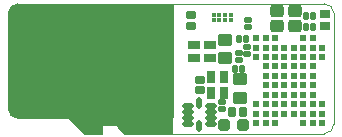
<source format=gbs>
%FSLAX44Y44*%
%MOMM*%
G71*
G01*
G75*
G04 Layer_Color=16711935*
%ADD10C,0.2500*%
%ADD11R,2.9000X0.8000*%
%ADD12R,3.2000X0.8000*%
%ADD13O,0.6000X0.4000*%
%ADD14O,1.0500X0.7000*%
G04:AMPARAMS|DCode=15|XSize=0.4mm|YSize=0.37mm|CornerRadius=0.037mm|HoleSize=0mm|Usage=FLASHONLY|Rotation=270.000|XOffset=0mm|YOffset=0mm|HoleType=Round|Shape=RoundedRectangle|*
%AMROUNDEDRECTD15*
21,1,0.4000,0.2960,0,0,270.0*
21,1,0.3260,0.3700,0,0,270.0*
1,1,0.0740,-0.1480,-0.1630*
1,1,0.0740,-0.1480,0.1630*
1,1,0.0740,0.1480,0.1630*
1,1,0.0740,0.1480,-0.1630*
%
%ADD15ROUNDEDRECTD15*%
%ADD16C,0.0750*%
%ADD17C,0.1500*%
%ADD18C,0.7500*%
%ADD19C,0.0100*%
%ADD20C,0.3000*%
%ADD21C,0.2000*%
%ADD22C,0.4000*%
%ADD23R,0.6000X0.8500*%
%ADD24R,0.8500X0.6000*%
G04:AMPARAMS|DCode=25|XSize=0.4mm|YSize=0.37mm|CornerRadius=0.037mm|HoleSize=0mm|Usage=FLASHONLY|Rotation=0.000|XOffset=0mm|YOffset=0mm|HoleType=Round|Shape=RoundedRectangle|*
%AMROUNDEDRECTD25*
21,1,0.4000,0.2960,0,0,0.0*
21,1,0.3260,0.3700,0,0,0.0*
1,1,0.0740,0.1630,-0.1480*
1,1,0.0740,-0.1630,-0.1480*
1,1,0.0740,-0.1630,0.1480*
1,1,0.0740,0.1630,0.1480*
%
%ADD25ROUNDEDRECTD25*%
G04:AMPARAMS|DCode=26|XSize=0.93mm|YSize=0.89mm|CornerRadius=0.089mm|HoleSize=0mm|Usage=FLASHONLY|Rotation=180.000|XOffset=0mm|YOffset=0mm|HoleType=Round|Shape=RoundedRectangle|*
%AMROUNDEDRECTD26*
21,1,0.9300,0.7120,0,0,180.0*
21,1,0.7520,0.8900,0,0,180.0*
1,1,0.1780,-0.3760,0.3560*
1,1,0.1780,0.3760,0.3560*
1,1,0.1780,0.3760,-0.3560*
1,1,0.1780,-0.3760,-0.3560*
%
%ADD26ROUNDEDRECTD26*%
G04:AMPARAMS|DCode=27|XSize=0.6mm|YSize=0.5mm|CornerRadius=0.05mm|HoleSize=0mm|Usage=FLASHONLY|Rotation=0.000|XOffset=0mm|YOffset=0mm|HoleType=Round|Shape=RoundedRectangle|*
%AMROUNDEDRECTD27*
21,1,0.6000,0.4000,0,0,0.0*
21,1,0.5000,0.5000,0,0,0.0*
1,1,0.1000,0.2500,-0.2000*
1,1,0.1000,-0.2500,-0.2000*
1,1,0.1000,-0.2500,0.2000*
1,1,0.1000,0.2500,0.2000*
%
%ADD27ROUNDEDRECTD27*%
G04:AMPARAMS|DCode=28|XSize=0.9mm|YSize=0.8mm|CornerRadius=0.08mm|HoleSize=0mm|Usage=FLASHONLY|Rotation=180.000|XOffset=0mm|YOffset=0mm|HoleType=Round|Shape=RoundedRectangle|*
%AMROUNDEDRECTD28*
21,1,0.9000,0.6400,0,0,180.0*
21,1,0.7400,0.8000,0,0,180.0*
1,1,0.1600,-0.3700,0.3200*
1,1,0.1600,0.3700,0.3200*
1,1,0.1600,0.3700,-0.3200*
1,1,0.1600,-0.3700,-0.3200*
%
%ADD28ROUNDEDRECTD28*%
G04:AMPARAMS|DCode=29|XSize=0.8mm|YSize=0.8mm|CornerRadius=0.12mm|HoleSize=0mm|Usage=FLASHONLY|Rotation=0.000|XOffset=0mm|YOffset=0mm|HoleType=Round|Shape=RoundedRectangle|*
%AMROUNDEDRECTD29*
21,1,0.8000,0.5600,0,0,0.0*
21,1,0.5600,0.8000,0,0,0.0*
1,1,0.2400,0.2800,-0.2800*
1,1,0.2400,-0.2800,-0.2800*
1,1,0.2400,-0.2800,0.2800*
1,1,0.2400,0.2800,0.2800*
%
%ADD29ROUNDEDRECTD29*%
G04:AMPARAMS|DCode=30|XSize=0.76mm|YSize=0.27mm|CornerRadius=0.027mm|HoleSize=0mm|Usage=FLASHONLY|Rotation=90.000|XOffset=0mm|YOffset=0mm|HoleType=Round|Shape=RoundedRectangle|*
%AMROUNDEDRECTD30*
21,1,0.7600,0.2160,0,0,90.0*
21,1,0.7060,0.2700,0,0,90.0*
1,1,0.0540,0.1080,0.3530*
1,1,0.0540,0.1080,-0.3530*
1,1,0.0540,-0.1080,-0.3530*
1,1,0.0540,-0.1080,0.3530*
%
%ADD30ROUNDEDRECTD30*%
G04:AMPARAMS|DCode=31|XSize=0.76mm|YSize=0.27mm|CornerRadius=0.027mm|HoleSize=0mm|Usage=FLASHONLY|Rotation=0.000|XOffset=0mm|YOffset=0mm|HoleType=Round|Shape=RoundedRectangle|*
%AMROUNDEDRECTD31*
21,1,0.7600,0.2160,0,0,0.0*
21,1,0.7060,0.2700,0,0,0.0*
1,1,0.0540,0.3530,-0.1080*
1,1,0.0540,-0.3530,-0.1080*
1,1,0.0540,-0.3530,0.1080*
1,1,0.0540,0.3530,0.1080*
%
%ADD31ROUNDEDRECTD31*%
%ADD32R,0.7400X0.5400*%
G04:AMPARAMS|DCode=33|XSize=0.6mm|YSize=0.5mm|CornerRadius=0.05mm|HoleSize=0mm|Usage=FLASHONLY|Rotation=90.000|XOffset=0mm|YOffset=0mm|HoleType=Round|Shape=RoundedRectangle|*
%AMROUNDEDRECTD33*
21,1,0.6000,0.4000,0,0,90.0*
21,1,0.5000,0.5000,0,0,90.0*
1,1,0.1000,0.2000,0.2500*
1,1,0.1000,0.2000,-0.2500*
1,1,0.1000,-0.2000,-0.2500*
1,1,0.1000,-0.2000,0.2500*
%
%ADD33ROUNDEDRECTD33*%
%ADD34C,0.1000*%
%ADD35C,0.4000*%
%ADD36R,0.6800X0.5800*%
%ADD37R,0.7000X0.5600*%
%ADD38R,3.2300X1.2300*%
%ADD39R,3.2600X1.5500*%
%ADD40R,4.1135X8.2200*%
%ADD41C,0.4532*%
%ADD42R,3.1032X1.0032*%
%ADD43R,3.4032X1.0032*%
%ADD44O,0.8032X0.6032*%
%ADD45O,1.2532X0.9032*%
G04:AMPARAMS|DCode=46|XSize=0.6032mm|YSize=0.5732mm|CornerRadius=0.1386mm|HoleSize=0mm|Usage=FLASHONLY|Rotation=270.000|XOffset=0mm|YOffset=0mm|HoleType=Round|Shape=RoundedRectangle|*
%AMROUNDEDRECTD46*
21,1,0.6032,0.2960,0,0,270.0*
21,1,0.3260,0.5732,0,0,270.0*
1,1,0.2772,-0.1480,-0.1630*
1,1,0.2772,-0.1480,0.1630*
1,1,0.2772,0.1480,0.1630*
1,1,0.2772,0.1480,-0.1630*
%
%ADD46ROUNDEDRECTD46*%
%ADD47R,1.5100X1.3400*%
%ADD48R,3.9500X1.5000*%
%ADD49R,3.4300X1.0800*%
%ADD50R,0.8600X0.8800*%
%ADD51R,0.7900X0.6200*%
%ADD52R,13.0700X9.7100*%
%ADD53R,3.9500X7.9900*%
%ADD54C,0.6032*%
%ADD55R,0.8032X1.0532*%
%ADD56R,1.0532X0.8032*%
G04:AMPARAMS|DCode=57|XSize=0.6032mm|YSize=0.5732mm|CornerRadius=0.1386mm|HoleSize=0mm|Usage=FLASHONLY|Rotation=0.000|XOffset=0mm|YOffset=0mm|HoleType=Round|Shape=RoundedRectangle|*
%AMROUNDEDRECTD57*
21,1,0.6032,0.2960,0,0,0.0*
21,1,0.3260,0.5732,0,0,0.0*
1,1,0.2772,0.1630,-0.1480*
1,1,0.2772,-0.1630,-0.1480*
1,1,0.2772,-0.1630,0.1480*
1,1,0.2772,0.1630,0.1480*
%
%ADD57ROUNDEDRECTD57*%
G04:AMPARAMS|DCode=58|XSize=1.1332mm|YSize=1.0932mm|CornerRadius=0.1906mm|HoleSize=0mm|Usage=FLASHONLY|Rotation=180.000|XOffset=0mm|YOffset=0mm|HoleType=Round|Shape=RoundedRectangle|*
%AMROUNDEDRECTD58*
21,1,1.1332,0.7120,0,0,180.0*
21,1,0.7520,1.0932,0,0,180.0*
1,1,0.3812,-0.3760,0.3560*
1,1,0.3812,0.3760,0.3560*
1,1,0.3812,0.3760,-0.3560*
1,1,0.3812,-0.3760,-0.3560*
%
%ADD58ROUNDEDRECTD58*%
G04:AMPARAMS|DCode=59|XSize=0.8032mm|YSize=0.7032mm|CornerRadius=0.1516mm|HoleSize=0mm|Usage=FLASHONLY|Rotation=0.000|XOffset=0mm|YOffset=0mm|HoleType=Round|Shape=RoundedRectangle|*
%AMROUNDEDRECTD59*
21,1,0.8032,0.4000,0,0,0.0*
21,1,0.5000,0.7032,0,0,0.0*
1,1,0.3032,0.2500,-0.2000*
1,1,0.3032,-0.2500,-0.2000*
1,1,0.3032,-0.2500,0.2000*
1,1,0.3032,0.2500,0.2000*
%
%ADD59ROUNDEDRECTD59*%
G04:AMPARAMS|DCode=60|XSize=1.1032mm|YSize=1.0032mm|CornerRadius=0.1816mm|HoleSize=0mm|Usage=FLASHONLY|Rotation=180.000|XOffset=0mm|YOffset=0mm|HoleType=Round|Shape=RoundedRectangle|*
%AMROUNDEDRECTD60*
21,1,1.1032,0.6400,0,0,180.0*
21,1,0.7400,1.0032,0,0,180.0*
1,1,0.3632,-0.3700,0.3200*
1,1,0.3632,0.3700,0.3200*
1,1,0.3632,0.3700,-0.3200*
1,1,0.3632,-0.3700,-0.3200*
%
%ADD60ROUNDEDRECTD60*%
G04:AMPARAMS|DCode=61|XSize=1.0032mm|YSize=1.0032mm|CornerRadius=0.2216mm|HoleSize=0mm|Usage=FLASHONLY|Rotation=0.000|XOffset=0mm|YOffset=0mm|HoleType=Round|Shape=RoundedRectangle|*
%AMROUNDEDRECTD61*
21,1,1.0032,0.5600,0,0,0.0*
21,1,0.5600,1.0032,0,0,0.0*
1,1,0.4432,0.2800,-0.2800*
1,1,0.4432,-0.2800,-0.2800*
1,1,0.4432,-0.2800,0.2800*
1,1,0.4432,0.2800,0.2800*
%
%ADD61ROUNDEDRECTD61*%
G04:AMPARAMS|DCode=62|XSize=0.9632mm|YSize=0.4732mm|CornerRadius=0.1286mm|HoleSize=0mm|Usage=FLASHONLY|Rotation=90.000|XOffset=0mm|YOffset=0mm|HoleType=Round|Shape=RoundedRectangle|*
%AMROUNDEDRECTD62*
21,1,0.9632,0.2160,0,0,90.0*
21,1,0.7060,0.4732,0,0,90.0*
1,1,0.2572,0.1080,0.3530*
1,1,0.2572,0.1080,-0.3530*
1,1,0.2572,-0.1080,-0.3530*
1,1,0.2572,-0.1080,0.3530*
%
%ADD62ROUNDEDRECTD62*%
G04:AMPARAMS|DCode=63|XSize=0.9632mm|YSize=0.4732mm|CornerRadius=0.1286mm|HoleSize=0mm|Usage=FLASHONLY|Rotation=0.000|XOffset=0mm|YOffset=0mm|HoleType=Round|Shape=RoundedRectangle|*
%AMROUNDEDRECTD63*
21,1,0.9632,0.2160,0,0,0.0*
21,1,0.7060,0.4732,0,0,0.0*
1,1,0.2572,0.3530,-0.1080*
1,1,0.2572,-0.3530,-0.1080*
1,1,0.2572,-0.3530,0.1080*
1,1,0.2572,0.3530,0.1080*
%
%ADD63ROUNDEDRECTD63*%
%ADD64R,0.9432X0.7432*%
G04:AMPARAMS|DCode=65|XSize=0.8032mm|YSize=0.7032mm|CornerRadius=0.1516mm|HoleSize=0mm|Usage=FLASHONLY|Rotation=90.000|XOffset=0mm|YOffset=0mm|HoleType=Round|Shape=RoundedRectangle|*
%AMROUNDEDRECTD65*
21,1,0.8032,0.4000,0,0,90.0*
21,1,0.5000,0.7032,0,0,90.0*
1,1,0.3032,0.2000,0.2500*
1,1,0.3032,0.2000,-0.2500*
1,1,0.3032,-0.2000,-0.2500*
1,1,0.3032,-0.2000,0.2500*
%
%ADD65ROUNDEDRECTD65*%
G36*
X5500Y14300D02*
Y2400D01*
X5700Y2200D01*
X3500Y-0D01*
X0D01*
X-13400Y13400D01*
Y15900D01*
X5500Y14300D01*
D02*
G37*
G36*
X38600Y1000D02*
X37600Y-0D01*
X34200D01*
X27000Y7200D01*
X38600Y8500D01*
Y1000D01*
D02*
G37*
D19*
X203700Y-0D02*
G03*
X211700Y8000I0J8000D01*
G01*
X-64000Y21000D02*
G03*
X-56000Y13000I8000J0D01*
G01*
Y110000D02*
G03*
X-64000Y102000I0J-8000D01*
G01*
X211700D02*
G03*
X203700Y110000I-8000J0D01*
G01*
X15100Y-0D02*
Y7200D01*
X34200Y-0D02*
X203700D01*
X27000Y7200D02*
X34200Y-0D01*
X0D02*
X15100D01*
X-13000Y13000D02*
X0Y0D01*
X-56000Y110000D02*
X203700D01*
X-64000Y21000D02*
Y102000D01*
X15100Y7200D02*
X27000D01*
X-56000Y13000D02*
X-13000D01*
X211700Y8000D02*
Y102000D01*
D35*
X-50000Y102200D02*
G03*
X-50000Y102200I-6000J0D01*
G01*
Y21000D02*
G03*
X-50000Y21000I-6000J0D01*
G01*
D41*
X109800Y100900D02*
D03*
Y95900D02*
D03*
X114800Y100900D02*
D03*
Y95900D02*
D03*
X119800Y100900D02*
D03*
Y95900D02*
D03*
X124800Y100900D02*
D03*
Y95900D02*
D03*
D46*
X133650Y54400D02*
D03*
X127950D02*
D03*
X193950Y99400D02*
D03*
X188250D02*
D03*
X188250Y90600D02*
D03*
X193950D02*
D03*
X137050Y79800D02*
D03*
X131350D02*
D03*
D47*
X7550Y6700D02*
D03*
D48*
X56350Y7500D02*
D03*
D49*
X22050Y12600D02*
D03*
D50*
X-56200Y20200D02*
D03*
D51*
X-56850Y103700D02*
D03*
D52*
X10750Y61550D02*
D03*
D53*
X-44319Y62050D02*
D03*
D54*
X145900Y8900D02*
D03*
X153900D02*
D03*
X161900D02*
D03*
X185900D02*
D03*
X193900D02*
D03*
X201900D02*
D03*
X145900Y16900D02*
D03*
X153900D02*
D03*
X161900D02*
D03*
X169900D02*
D03*
X177900D02*
D03*
X185900D02*
D03*
X193900D02*
D03*
X201900D02*
D03*
X145900Y24900D02*
D03*
X153900D02*
D03*
X161900D02*
D03*
X169900D02*
D03*
X177900D02*
D03*
X185900D02*
D03*
X193900D02*
D03*
X201900D02*
D03*
X153900Y32900D02*
D03*
X161900D02*
D03*
X169900D02*
D03*
X177900D02*
D03*
X185900D02*
D03*
X193900D02*
D03*
X153900Y40900D02*
D03*
X161900D02*
D03*
X169900D02*
D03*
X177900D02*
D03*
X185900D02*
D03*
X193900D02*
D03*
X153900Y48900D02*
D03*
X161900D02*
D03*
X169900D02*
D03*
X177900D02*
D03*
X185900D02*
D03*
X193900D02*
D03*
X153900Y56900D02*
D03*
X161900D02*
D03*
X169900D02*
D03*
X177900D02*
D03*
X185900D02*
D03*
X193900D02*
D03*
X145900Y64900D02*
D03*
X153900D02*
D03*
X161900D02*
D03*
X169900D02*
D03*
X177900D02*
D03*
X185900D02*
D03*
X193900D02*
D03*
X201900D02*
D03*
X145900Y72900D02*
D03*
X153900D02*
D03*
X161900D02*
D03*
X169900D02*
D03*
X177900D02*
D03*
X185900D02*
D03*
X193900D02*
D03*
X201900D02*
D03*
X145900Y80900D02*
D03*
X153900D02*
D03*
X161900D02*
D03*
X185900D02*
D03*
X193900D02*
D03*
D55*
X118500Y34850D02*
D03*
Y48350D02*
D03*
X107500D02*
D03*
Y34850D02*
D03*
D56*
X93650Y64400D02*
D03*
X107150D02*
D03*
Y75400D02*
D03*
X93650D02*
D03*
D57*
X139200Y90350D02*
D03*
Y96050D02*
D03*
X131500Y67950D02*
D03*
Y62250D02*
D03*
X138000Y67450D02*
D03*
Y73150D02*
D03*
X116900Y20950D02*
D03*
Y26650D02*
D03*
D58*
X132000Y45900D02*
D03*
Y30500D02*
D03*
X119600Y64000D02*
D03*
Y79400D02*
D03*
D59*
X90900Y91400D02*
D03*
Y100400D02*
D03*
X98200Y36600D02*
D03*
Y45600D02*
D03*
D60*
X178400Y103500D02*
D03*
X163400D02*
D03*
Y91500D02*
D03*
X178400D02*
D03*
D61*
X134700Y7700D02*
D03*
X118700D02*
D03*
D62*
X97599Y6151D02*
D03*
Y25651D02*
D03*
D63*
X107349Y8401D02*
D03*
Y13401D02*
D03*
Y18401D02*
D03*
Y23401D02*
D03*
X87849D02*
D03*
Y18401D02*
D03*
Y13401D02*
D03*
Y8401D02*
D03*
D64*
X204000Y101300D02*
D03*
Y91300D02*
D03*
D65*
X125700Y18200D02*
D03*
X134700D02*
D03*
M02*

</source>
